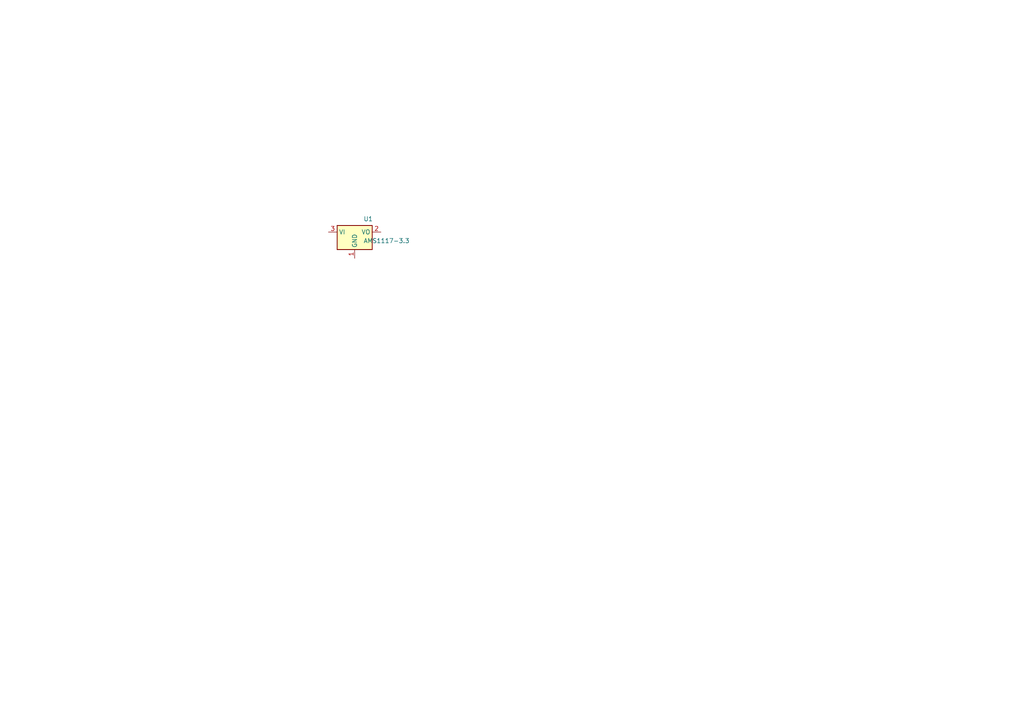
<source format=kicad_sch>
(kicad_sch (version 20250114) (generator "circuit_synth") (generator_version "1.0")
  (paper "A4")
  (lib_symbols
    (symbol "Regulator_Linear:AMS1117-3.3"
      (symbol "AMS1117-3.3_0_1"
        (rectangle (start -5.08 -5.08) (end 5.08 1.905) (stroke (width 0.254)) (fill (type background)))
      )
      (symbol "AMS1117-3.3_1_1"
        (pin power_in line (at -7.62 0 0) (length 2.54) (name "VI") (number "3"))
        (pin power_in line (at 0 -7.62 90) (length 2.54) (name "GND") (number "1"))
        (pin power_out line (at 7.62 0 180) (length 2.54) (name "VO") (number "2"))
      )
      (property "Reference" "U" (at -3.81 3.175 0))
      (property "Value" "AMS1117-3.3" (at 0 3.175 0))
    )
  )
  (symbol (lib_id "Regulator_Linear:AMS1117-3.3") (at 102.87 67.31 0) (unit 1)
    (property "Reference" "U1" (at 105.41000000000001 63.5 0) (effects (justify left)))
    (property "Value" "AMS1117-3.3" (at 105.41000000000001 69.85000000000001 0) (effects (justify left)))
    (property "Footprint" "Package_TO_SOT_SMD:SOT-223-3_TabPin2" (effects (hide yes)))
    (property "Description" "Resistor" (effects (hide yes)))
  )
)
</source>
